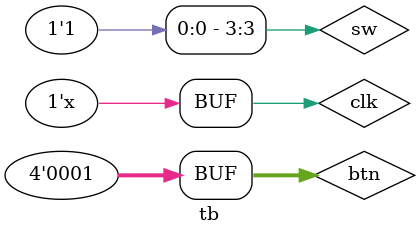
<source format=v>
`timescale 1ns / 1ps
module tb();

reg clk;
reg [3:0] btn, sw;

wire [7:0] ja, jb, jc, jd;
wire dclk_o, dclk_o_c, data, loadb, loadb_c, sctrl, sctrl_c;
wire drc_bus, drc_bus_c, sac_bus, sac_bus_c, drc_strobe, drc_strobe_c;
wire led0_g, led0_b, led0_r, led1_b, led3_b, led2_r;
reg [31:0] w_gpio_out;

logicanalyze dut(
    .CLK100MHZ(clk),
    .btn(btn[3:0]),
    .sw(sw[3:0]),
    .ja(ja[7:0]),
    .jb(jb[7:0]),
    .jc(jc[7:0]),
    .jd(jd[7:0]),
    .dclk_o(dclk_o), 
    .dclk_o_c(dclk_o_c),
    .loadb(loadb),
    .loadb_c(loadb_c),
    .sctrl(sctrl),
    .sctrl_c(sctrl_c),
    .drc_bus(drc_bus),
    .drc_bus_c(drc_bus_c),
    .sac_bus(sac_bus),
    .sac_bus_c(sac_bus_c),
    .drc_strobe(drc_strobe),
    .drc_strobe_c(drc_strobe_c),
    .led0_g(led0_g),
    .led0_b(led0_b),
    .led0_r(led0_r),
    .led1_b(led1_b),
    .w_gpio_out(w_gpio_out)
);

always #5 clk = ~clk;
 
initial
begin
    sw[3] = 1;
    btn = 4'b0100;  
    clk = 0;
    #20 btn[2] = 1'b0;
    #30 btn[0] = 1'b1;
    #100 btn[3] = 1'b1;
    #150 btn[3] = 1'b0;
    #300 btn[3] = 1'b1;
    #350 btn[3] = 1'b0;
    //#5000 w_gpio_out = 'b10000000000000000000000000110011;
    //#800 w_gpio_out = 'b10000000000000000000000001110111;
    //#1500 w_gpio_out = 'd0;
    //#3200 w_gpio_out = 'b01000000000000000000000000010100;
end    

endmodule

</source>
